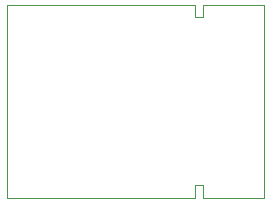
<source format=gm1>
G04 #@! TF.GenerationSoftware,KiCad,Pcbnew,(5.0.1)-4*
G04 #@! TF.CreationDate,2019-01-04T14:17:08+01:00*
G04 #@! TF.ProjectId,nk-u2f,6E6B2D7532662E6B696361645F706362,R8*
G04 #@! TF.SameCoordinates,PX6e8e008PY57c9250*
G04 #@! TF.FileFunction,Profile,NP*
%FSLAX46Y46*%
G04 Gerber Fmt 4.6, Leading zero omitted, Abs format (unit mm)*
G04 Created by KiCad (PCBNEW (5.0.1)-4) date 04.01.2019 14:17:08*
%MOMM*%
%LPD*%
G01*
G04 APERTURE LIST*
%ADD10C,0.099060*%
G04 APERTURE END LIST*
D10*
X-650000Y1175000D02*
X-700000Y1175000D01*
X-700000Y-15100000D02*
X-600000Y-15100000D01*
X-700000Y-15100000D02*
X-600000Y-15100000D01*
X-1200000Y1175000D02*
X-1200000Y-15100000D01*
X-650000Y1175000D02*
X-700000Y1175000D01*
X14725000Y1175000D02*
X-1200000Y1175000D01*
X14725000Y150000D02*
X14725000Y1175000D01*
X15425000Y150000D02*
X14725000Y150000D01*
X15425000Y1175000D02*
X15425000Y150000D01*
X14725000Y-15100000D02*
X-1200000Y-15100000D01*
X14725000Y-14050000D02*
X14725000Y-15100000D01*
X15425000Y-14050000D02*
X14725000Y-14050000D01*
X15425000Y-15100000D02*
X15425000Y-14050000D01*
X15425000Y1175000D02*
X20575000Y1175000D01*
X15425000Y-15100000D02*
X20575000Y-15100000D01*
X20574600Y-15100000D02*
X20574600Y1175000D01*
M02*

</source>
